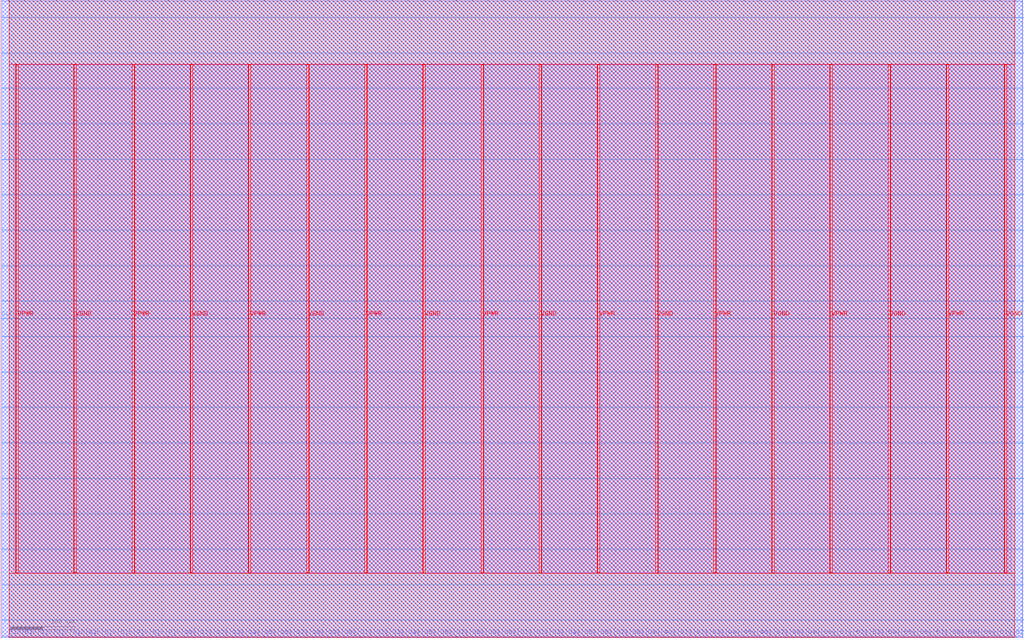
<source format=lef>
VERSION 5.7 ;
  NOWIREEXTENSIONATPIN ON ;
  DIVIDERCHAR "/" ;
  BUSBITCHARS "[]" ;
MACRO RAM512
  CLASS BLOCK ;
  FOREIGN RAM512 ;
  ORIGIN 0.000 0.000 ;
  SIZE 1583.780 BY 987.360 ;
  PIN A0[0]
    DIRECTION INPUT ;
    USE SIGNAL ;
    PORT
      LAYER met3 ;
        RECT 1581.780 520.920 1583.780 521.520 ;
    END
  END A0[0]
  PIN A0[1]
    DIRECTION INPUT ;
    USE SIGNAL ;
    PORT
      LAYER met3 ;
        RECT 1581.780 575.320 1583.780 575.920 ;
    END
  END A0[1]
  PIN A0[2]
    DIRECTION INPUT ;
    USE SIGNAL ;
    PORT
      LAYER met3 ;
        RECT 1581.780 630.400 1583.780 631.000 ;
    END
  END A0[2]
  PIN A0[3]
    DIRECTION INPUT ;
    USE SIGNAL ;
    PORT
      LAYER met3 ;
        RECT 1581.780 685.480 1583.780 686.080 ;
    END
  END A0[3]
  PIN A0[4]
    DIRECTION INPUT ;
    USE SIGNAL ;
    PORT
      LAYER met3 ;
        RECT 1581.780 739.880 1583.780 740.480 ;
    END
  END A0[4]
  PIN A0[5]
    DIRECTION INPUT ;
    USE SIGNAL ;
    PORT
      LAYER met3 ;
        RECT 1581.780 794.960 1583.780 795.560 ;
    END
  END A0[5]
  PIN A0[6]
    DIRECTION INPUT ;
    USE SIGNAL ;
    PORT
      LAYER met3 ;
        RECT 1581.780 850.040 1583.780 850.640 ;
    END
  END A0[6]
  PIN A0[7]
    DIRECTION INPUT ;
    USE SIGNAL ;
    PORT
      LAYER met3 ;
        RECT 1581.780 904.440 1583.780 905.040 ;
    END
  END A0[7]
  PIN A0[8]
    DIRECTION INPUT ;
    USE SIGNAL ;
    PORT
      LAYER met3 ;
        RECT 1581.780 959.520 1583.780 960.120 ;
    END
  END A0[8]
  PIN CLK
    DIRECTION INPUT ;
    USE SIGNAL ;
    PORT
      LAYER met3 ;
        RECT 0.000 493.720 2.000 494.320 ;
    END
  END CLK
  PIN Di0[0]
    DIRECTION INPUT ;
    USE SIGNAL ;
    PORT
      LAYER met2 ;
        RECT 12.050 0.000 12.330 2.000 ;
    END
  END Di0[0]
  PIN Di0[10]
    DIRECTION INPUT ;
    USE SIGNAL ;
    PORT
      LAYER met2 ;
        RECT 259.070 0.000 259.350 2.000 ;
    END
  END Di0[10]
  PIN Di0[11]
    DIRECTION INPUT ;
    USE SIGNAL ;
    PORT
      LAYER met2 ;
        RECT 283.910 0.000 284.190 2.000 ;
    END
  END Di0[11]
  PIN Di0[12]
    DIRECTION INPUT ;
    USE SIGNAL ;
    PORT
      LAYER met2 ;
        RECT 308.750 0.000 309.030 2.000 ;
    END
  END Di0[12]
  PIN Di0[13]
    DIRECTION INPUT ;
    USE SIGNAL ;
    PORT
      LAYER met2 ;
        RECT 333.590 0.000 333.870 2.000 ;
    END
  END Di0[13]
  PIN Di0[14]
    DIRECTION INPUT ;
    USE SIGNAL ;
    PORT
      LAYER met2 ;
        RECT 358.430 0.000 358.710 2.000 ;
    END
  END Di0[14]
  PIN Di0[15]
    DIRECTION INPUT ;
    USE SIGNAL ;
    PORT
      LAYER met2 ;
        RECT 382.810 0.000 383.090 2.000 ;
    END
  END Di0[15]
  PIN Di0[16]
    DIRECTION INPUT ;
    USE SIGNAL ;
    PORT
      LAYER met2 ;
        RECT 407.650 0.000 407.930 2.000 ;
    END
  END Di0[16]
  PIN Di0[17]
    DIRECTION INPUT ;
    USE SIGNAL ;
    PORT
      LAYER met2 ;
        RECT 432.490 0.000 432.770 2.000 ;
    END
  END Di0[17]
  PIN Di0[18]
    DIRECTION INPUT ;
    USE SIGNAL ;
    PORT
      LAYER met2 ;
        RECT 457.330 0.000 457.610 2.000 ;
    END
  END Di0[18]
  PIN Di0[19]
    DIRECTION INPUT ;
    USE SIGNAL ;
    PORT
      LAYER met2 ;
        RECT 482.170 0.000 482.450 2.000 ;
    END
  END Di0[19]
  PIN Di0[1]
    DIRECTION INPUT ;
    USE SIGNAL ;
    PORT
      LAYER met2 ;
        RECT 36.430 0.000 36.710 2.000 ;
    END
  END Di0[1]
  PIN Di0[20]
    DIRECTION INPUT ;
    USE SIGNAL ;
    PORT
      LAYER met2 ;
        RECT 506.550 0.000 506.830 2.000 ;
    END
  END Di0[20]
  PIN Di0[21]
    DIRECTION INPUT ;
    USE SIGNAL ;
    PORT
      LAYER met2 ;
        RECT 531.390 0.000 531.670 2.000 ;
    END
  END Di0[21]
  PIN Di0[22]
    DIRECTION INPUT ;
    USE SIGNAL ;
    PORT
      LAYER met2 ;
        RECT 556.230 0.000 556.510 2.000 ;
    END
  END Di0[22]
  PIN Di0[23]
    DIRECTION INPUT ;
    USE SIGNAL ;
    PORT
      LAYER met2 ;
        RECT 581.070 0.000 581.350 2.000 ;
    END
  END Di0[23]
  PIN Di0[24]
    DIRECTION INPUT ;
    USE SIGNAL ;
    PORT
      LAYER met2 ;
        RECT 605.910 0.000 606.190 2.000 ;
    END
  END Di0[24]
  PIN Di0[25]
    DIRECTION INPUT ;
    USE SIGNAL ;
    PORT
      LAYER met2 ;
        RECT 630.290 0.000 630.570 2.000 ;
    END
  END Di0[25]
  PIN Di0[26]
    DIRECTION INPUT ;
    USE SIGNAL ;
    PORT
      LAYER met2 ;
        RECT 655.130 0.000 655.410 2.000 ;
    END
  END Di0[26]
  PIN Di0[27]
    DIRECTION INPUT ;
    USE SIGNAL ;
    PORT
      LAYER met2 ;
        RECT 679.970 0.000 680.250 2.000 ;
    END
  END Di0[27]
  PIN Di0[28]
    DIRECTION INPUT ;
    USE SIGNAL ;
    PORT
      LAYER met2 ;
        RECT 704.810 0.000 705.090 2.000 ;
    END
  END Di0[28]
  PIN Di0[29]
    DIRECTION INPUT ;
    USE SIGNAL ;
    PORT
      LAYER met2 ;
        RECT 729.650 0.000 729.930 2.000 ;
    END
  END Di0[29]
  PIN Di0[2]
    DIRECTION INPUT ;
    USE SIGNAL ;
    PORT
      LAYER met2 ;
        RECT 61.270 0.000 61.550 2.000 ;
    END
  END Di0[2]
  PIN Di0[30]
    DIRECTION INPUT ;
    USE SIGNAL ;
    PORT
      LAYER met2 ;
        RECT 754.030 0.000 754.310 2.000 ;
    END
  END Di0[30]
  PIN Di0[31]
    DIRECTION INPUT ;
    USE SIGNAL ;
    PORT
      LAYER met2 ;
        RECT 778.870 0.000 779.150 2.000 ;
    END
  END Di0[31]
  PIN Di0[32]
    DIRECTION INPUT ;
    USE SIGNAL ;
    PORT
      LAYER met2 ;
        RECT 803.710 0.000 803.990 2.000 ;
    END
  END Di0[32]
  PIN Di0[33]
    DIRECTION INPUT ;
    USE SIGNAL ;
    PORT
      LAYER met2 ;
        RECT 828.550 0.000 828.830 2.000 ;
    END
  END Di0[33]
  PIN Di0[34]
    DIRECTION INPUT ;
    USE SIGNAL ;
    PORT
      LAYER met2 ;
        RECT 853.390 0.000 853.670 2.000 ;
    END
  END Di0[34]
  PIN Di0[35]
    DIRECTION INPUT ;
    USE SIGNAL ;
    PORT
      LAYER met2 ;
        RECT 877.770 0.000 878.050 2.000 ;
    END
  END Di0[35]
  PIN Di0[36]
    DIRECTION INPUT ;
    USE SIGNAL ;
    PORT
      LAYER met2 ;
        RECT 902.610 0.000 902.890 2.000 ;
    END
  END Di0[36]
  PIN Di0[37]
    DIRECTION INPUT ;
    USE SIGNAL ;
    PORT
      LAYER met2 ;
        RECT 927.450 0.000 927.730 2.000 ;
    END
  END Di0[37]
  PIN Di0[38]
    DIRECTION INPUT ;
    USE SIGNAL ;
    PORT
      LAYER met2 ;
        RECT 952.290 0.000 952.570 2.000 ;
    END
  END Di0[38]
  PIN Di0[39]
    DIRECTION INPUT ;
    USE SIGNAL ;
    PORT
      LAYER met2 ;
        RECT 977.130 0.000 977.410 2.000 ;
    END
  END Di0[39]
  PIN Di0[3]
    DIRECTION INPUT ;
    USE SIGNAL ;
    PORT
      LAYER met2 ;
        RECT 86.110 0.000 86.390 2.000 ;
    END
  END Di0[3]
  PIN Di0[40]
    DIRECTION INPUT ;
    USE SIGNAL ;
    PORT
      LAYER met2 ;
        RECT 1001.510 0.000 1001.790 2.000 ;
    END
  END Di0[40]
  PIN Di0[41]
    DIRECTION INPUT ;
    USE SIGNAL ;
    PORT
      LAYER met2 ;
        RECT 1026.350 0.000 1026.630 2.000 ;
    END
  END Di0[41]
  PIN Di0[42]
    DIRECTION INPUT ;
    USE SIGNAL ;
    PORT
      LAYER met2 ;
        RECT 1051.190 0.000 1051.470 2.000 ;
    END
  END Di0[42]
  PIN Di0[43]
    DIRECTION INPUT ;
    USE SIGNAL ;
    PORT
      LAYER met2 ;
        RECT 1076.030 0.000 1076.310 2.000 ;
    END
  END Di0[43]
  PIN Di0[44]
    DIRECTION INPUT ;
    USE SIGNAL ;
    PORT
      LAYER met2 ;
        RECT 1100.870 0.000 1101.150 2.000 ;
    END
  END Di0[44]
  PIN Di0[45]
    DIRECTION INPUT ;
    USE SIGNAL ;
    PORT
      LAYER met2 ;
        RECT 1125.250 0.000 1125.530 2.000 ;
    END
  END Di0[45]
  PIN Di0[46]
    DIRECTION INPUT ;
    USE SIGNAL ;
    PORT
      LAYER met2 ;
        RECT 1150.090 0.000 1150.370 2.000 ;
    END
  END Di0[46]
  PIN Di0[47]
    DIRECTION INPUT ;
    USE SIGNAL ;
    PORT
      LAYER met2 ;
        RECT 1174.930 0.000 1175.210 2.000 ;
    END
  END Di0[47]
  PIN Di0[48]
    DIRECTION INPUT ;
    USE SIGNAL ;
    PORT
      LAYER met2 ;
        RECT 1199.770 0.000 1200.050 2.000 ;
    END
  END Di0[48]
  PIN Di0[49]
    DIRECTION INPUT ;
    USE SIGNAL ;
    PORT
      LAYER met2 ;
        RECT 1224.610 0.000 1224.890 2.000 ;
    END
  END Di0[49]
  PIN Di0[4]
    DIRECTION INPUT ;
    USE SIGNAL ;
    PORT
      LAYER met2 ;
        RECT 110.950 0.000 111.230 2.000 ;
    END
  END Di0[4]
  PIN Di0[50]
    DIRECTION INPUT ;
    USE SIGNAL ;
    PORT
      LAYER met2 ;
        RECT 1248.990 0.000 1249.270 2.000 ;
    END
  END Di0[50]
  PIN Di0[51]
    DIRECTION INPUT ;
    USE SIGNAL ;
    PORT
      LAYER met2 ;
        RECT 1273.830 0.000 1274.110 2.000 ;
    END
  END Di0[51]
  PIN Di0[52]
    DIRECTION INPUT ;
    USE SIGNAL ;
    PORT
      LAYER met2 ;
        RECT 1298.670 0.000 1298.950 2.000 ;
    END
  END Di0[52]
  PIN Di0[53]
    DIRECTION INPUT ;
    USE SIGNAL ;
    PORT
      LAYER met2 ;
        RECT 1323.510 0.000 1323.790 2.000 ;
    END
  END Di0[53]
  PIN Di0[54]
    DIRECTION INPUT ;
    USE SIGNAL ;
    PORT
      LAYER met2 ;
        RECT 1348.350 0.000 1348.630 2.000 ;
    END
  END Di0[54]
  PIN Di0[55]
    DIRECTION INPUT ;
    USE SIGNAL ;
    PORT
      LAYER met2 ;
        RECT 1372.730 0.000 1373.010 2.000 ;
    END
  END Di0[55]
  PIN Di0[56]
    DIRECTION INPUT ;
    USE SIGNAL ;
    PORT
      LAYER met2 ;
        RECT 1397.570 0.000 1397.850 2.000 ;
    END
  END Di0[56]
  PIN Di0[57]
    DIRECTION INPUT ;
    USE SIGNAL ;
    PORT
      LAYER met2 ;
        RECT 1422.410 0.000 1422.690 2.000 ;
    END
  END Di0[57]
  PIN Di0[58]
    DIRECTION INPUT ;
    USE SIGNAL ;
    PORT
      LAYER met2 ;
        RECT 1447.250 0.000 1447.530 2.000 ;
    END
  END Di0[58]
  PIN Di0[59]
    DIRECTION INPUT ;
    USE SIGNAL ;
    PORT
      LAYER met2 ;
        RECT 1472.090 0.000 1472.370 2.000 ;
    END
  END Di0[59]
  PIN Di0[5]
    DIRECTION INPUT ;
    USE SIGNAL ;
    PORT
      LAYER met2 ;
        RECT 135.330 0.000 135.610 2.000 ;
    END
  END Di0[5]
  PIN Di0[60]
    DIRECTION INPUT ;
    USE SIGNAL ;
    PORT
      LAYER met2 ;
        RECT 1496.470 0.000 1496.750 2.000 ;
    END
  END Di0[60]
  PIN Di0[61]
    DIRECTION INPUT ;
    USE SIGNAL ;
    PORT
      LAYER met2 ;
        RECT 1521.310 0.000 1521.590 2.000 ;
    END
  END Di0[61]
  PIN Di0[62]
    DIRECTION INPUT ;
    USE SIGNAL ;
    PORT
      LAYER met2 ;
        RECT 1546.150 0.000 1546.430 2.000 ;
    END
  END Di0[62]
  PIN Di0[63]
    DIRECTION INPUT ;
    USE SIGNAL ;
    PORT
      LAYER met2 ;
        RECT 1570.990 0.000 1571.270 2.000 ;
    END
  END Di0[63]
  PIN Di0[6]
    DIRECTION INPUT ;
    USE SIGNAL ;
    PORT
      LAYER met2 ;
        RECT 160.170 0.000 160.450 2.000 ;
    END
  END Di0[6]
  PIN Di0[7]
    DIRECTION INPUT ;
    USE SIGNAL ;
    PORT
      LAYER met2 ;
        RECT 185.010 0.000 185.290 2.000 ;
    END
  END Di0[7]
  PIN Di0[8]
    DIRECTION INPUT ;
    USE SIGNAL ;
    PORT
      LAYER met2 ;
        RECT 209.850 0.000 210.130 2.000 ;
    END
  END Di0[8]
  PIN Di0[9]
    DIRECTION INPUT ;
    USE SIGNAL ;
    PORT
      LAYER met2 ;
        RECT 234.690 0.000 234.970 2.000 ;
    END
  END Di0[9]
  PIN Do0[0]
    DIRECTION OUTPUT TRISTATE ;
    USE SIGNAL ;
    PORT
      LAYER met2 ;
        RECT 12.050 985.360 12.330 987.360 ;
    END
  END Do0[0]
  PIN Do0[10]
    DIRECTION OUTPUT TRISTATE ;
    USE SIGNAL ;
    PORT
      LAYER met2 ;
        RECT 259.070 985.360 259.350 987.360 ;
    END
  END Do0[10]
  PIN Do0[11]
    DIRECTION OUTPUT TRISTATE ;
    USE SIGNAL ;
    PORT
      LAYER met2 ;
        RECT 283.910 985.360 284.190 987.360 ;
    END
  END Do0[11]
  PIN Do0[12]
    DIRECTION OUTPUT TRISTATE ;
    USE SIGNAL ;
    PORT
      LAYER met2 ;
        RECT 308.750 985.360 309.030 987.360 ;
    END
  END Do0[12]
  PIN Do0[13]
    DIRECTION OUTPUT TRISTATE ;
    USE SIGNAL ;
    PORT
      LAYER met2 ;
        RECT 333.590 985.360 333.870 987.360 ;
    END
  END Do0[13]
  PIN Do0[14]
    DIRECTION OUTPUT TRISTATE ;
    USE SIGNAL ;
    PORT
      LAYER met2 ;
        RECT 358.430 985.360 358.710 987.360 ;
    END
  END Do0[14]
  PIN Do0[15]
    DIRECTION OUTPUT TRISTATE ;
    USE SIGNAL ;
    PORT
      LAYER met2 ;
        RECT 382.810 985.360 383.090 987.360 ;
    END
  END Do0[15]
  PIN Do0[16]
    DIRECTION OUTPUT TRISTATE ;
    USE SIGNAL ;
    PORT
      LAYER met2 ;
        RECT 407.650 985.360 407.930 987.360 ;
    END
  END Do0[16]
  PIN Do0[17]
    DIRECTION OUTPUT TRISTATE ;
    USE SIGNAL ;
    PORT
      LAYER met2 ;
        RECT 432.490 985.360 432.770 987.360 ;
    END
  END Do0[17]
  PIN Do0[18]
    DIRECTION OUTPUT TRISTATE ;
    USE SIGNAL ;
    PORT
      LAYER met2 ;
        RECT 457.330 985.360 457.610 987.360 ;
    END
  END Do0[18]
  PIN Do0[19]
    DIRECTION OUTPUT TRISTATE ;
    USE SIGNAL ;
    PORT
      LAYER met2 ;
        RECT 482.170 985.360 482.450 987.360 ;
    END
  END Do0[19]
  PIN Do0[1]
    DIRECTION OUTPUT TRISTATE ;
    USE SIGNAL ;
    PORT
      LAYER met2 ;
        RECT 36.430 985.360 36.710 987.360 ;
    END
  END Do0[1]
  PIN Do0[20]
    DIRECTION OUTPUT TRISTATE ;
    USE SIGNAL ;
    PORT
      LAYER met2 ;
        RECT 506.550 985.360 506.830 987.360 ;
    END
  END Do0[20]
  PIN Do0[21]
    DIRECTION OUTPUT TRISTATE ;
    USE SIGNAL ;
    PORT
      LAYER met2 ;
        RECT 531.390 985.360 531.670 987.360 ;
    END
  END Do0[21]
  PIN Do0[22]
    DIRECTION OUTPUT TRISTATE ;
    USE SIGNAL ;
    PORT
      LAYER met2 ;
        RECT 556.230 985.360 556.510 987.360 ;
    END
  END Do0[22]
  PIN Do0[23]
    DIRECTION OUTPUT TRISTATE ;
    USE SIGNAL ;
    PORT
      LAYER met2 ;
        RECT 581.070 985.360 581.350 987.360 ;
    END
  END Do0[23]
  PIN Do0[24]
    DIRECTION OUTPUT TRISTATE ;
    USE SIGNAL ;
    PORT
      LAYER met2 ;
        RECT 605.910 985.360 606.190 987.360 ;
    END
  END Do0[24]
  PIN Do0[25]
    DIRECTION OUTPUT TRISTATE ;
    USE SIGNAL ;
    PORT
      LAYER met2 ;
        RECT 630.290 985.360 630.570 987.360 ;
    END
  END Do0[25]
  PIN Do0[26]
    DIRECTION OUTPUT TRISTATE ;
    USE SIGNAL ;
    PORT
      LAYER met2 ;
        RECT 655.130 985.360 655.410 987.360 ;
    END
  END Do0[26]
  PIN Do0[27]
    DIRECTION OUTPUT TRISTATE ;
    USE SIGNAL ;
    PORT
      LAYER met2 ;
        RECT 679.970 985.360 680.250 987.360 ;
    END
  END Do0[27]
  PIN Do0[28]
    DIRECTION OUTPUT TRISTATE ;
    USE SIGNAL ;
    PORT
      LAYER met2 ;
        RECT 704.810 985.360 705.090 987.360 ;
    END
  END Do0[28]
  PIN Do0[29]
    DIRECTION OUTPUT TRISTATE ;
    USE SIGNAL ;
    PORT
      LAYER met2 ;
        RECT 729.650 985.360 729.930 987.360 ;
    END
  END Do0[29]
  PIN Do0[2]
    DIRECTION OUTPUT TRISTATE ;
    USE SIGNAL ;
    PORT
      LAYER met2 ;
        RECT 61.270 985.360 61.550 987.360 ;
    END
  END Do0[2]
  PIN Do0[30]
    DIRECTION OUTPUT TRISTATE ;
    USE SIGNAL ;
    PORT
      LAYER met2 ;
        RECT 754.030 985.360 754.310 987.360 ;
    END
  END Do0[30]
  PIN Do0[31]
    DIRECTION OUTPUT TRISTATE ;
    USE SIGNAL ;
    PORT
      LAYER met2 ;
        RECT 778.870 985.360 779.150 987.360 ;
    END
  END Do0[31]
  PIN Do0[32]
    DIRECTION OUTPUT TRISTATE ;
    USE SIGNAL ;
    PORT
      LAYER met2 ;
        RECT 803.710 985.360 803.990 987.360 ;
    END
  END Do0[32]
  PIN Do0[33]
    DIRECTION OUTPUT TRISTATE ;
    USE SIGNAL ;
    PORT
      LAYER met2 ;
        RECT 828.550 985.360 828.830 987.360 ;
    END
  END Do0[33]
  PIN Do0[34]
    DIRECTION OUTPUT TRISTATE ;
    USE SIGNAL ;
    PORT
      LAYER met2 ;
        RECT 853.390 985.360 853.670 987.360 ;
    END
  END Do0[34]
  PIN Do0[35]
    DIRECTION OUTPUT TRISTATE ;
    USE SIGNAL ;
    PORT
      LAYER met2 ;
        RECT 877.770 985.360 878.050 987.360 ;
    END
  END Do0[35]
  PIN Do0[36]
    DIRECTION OUTPUT TRISTATE ;
    USE SIGNAL ;
    PORT
      LAYER met2 ;
        RECT 902.610 985.360 902.890 987.360 ;
    END
  END Do0[36]
  PIN Do0[37]
    DIRECTION OUTPUT TRISTATE ;
    USE SIGNAL ;
    PORT
      LAYER met2 ;
        RECT 927.450 985.360 927.730 987.360 ;
    END
  END Do0[37]
  PIN Do0[38]
    DIRECTION OUTPUT TRISTATE ;
    USE SIGNAL ;
    PORT
      LAYER met2 ;
        RECT 952.290 985.360 952.570 987.360 ;
    END
  END Do0[38]
  PIN Do0[39]
    DIRECTION OUTPUT TRISTATE ;
    USE SIGNAL ;
    PORT
      LAYER met2 ;
        RECT 977.130 985.360 977.410 987.360 ;
    END
  END Do0[39]
  PIN Do0[3]
    DIRECTION OUTPUT TRISTATE ;
    USE SIGNAL ;
    PORT
      LAYER met2 ;
        RECT 86.110 985.360 86.390 987.360 ;
    END
  END Do0[3]
  PIN Do0[40]
    DIRECTION OUTPUT TRISTATE ;
    USE SIGNAL ;
    PORT
      LAYER met2 ;
        RECT 1001.510 985.360 1001.790 987.360 ;
    END
  END Do0[40]
  PIN Do0[41]
    DIRECTION OUTPUT TRISTATE ;
    USE SIGNAL ;
    PORT
      LAYER met2 ;
        RECT 1026.350 985.360 1026.630 987.360 ;
    END
  END Do0[41]
  PIN Do0[42]
    DIRECTION OUTPUT TRISTATE ;
    USE SIGNAL ;
    PORT
      LAYER met2 ;
        RECT 1051.190 985.360 1051.470 987.360 ;
    END
  END Do0[42]
  PIN Do0[43]
    DIRECTION OUTPUT TRISTATE ;
    USE SIGNAL ;
    PORT
      LAYER met2 ;
        RECT 1076.030 985.360 1076.310 987.360 ;
    END
  END Do0[43]
  PIN Do0[44]
    DIRECTION OUTPUT TRISTATE ;
    USE SIGNAL ;
    PORT
      LAYER met2 ;
        RECT 1100.870 985.360 1101.150 987.360 ;
    END
  END Do0[44]
  PIN Do0[45]
    DIRECTION OUTPUT TRISTATE ;
    USE SIGNAL ;
    PORT
      LAYER met2 ;
        RECT 1125.250 985.360 1125.530 987.360 ;
    END
  END Do0[45]
  PIN Do0[46]
    DIRECTION OUTPUT TRISTATE ;
    USE SIGNAL ;
    PORT
      LAYER met2 ;
        RECT 1150.090 985.360 1150.370 987.360 ;
    END
  END Do0[46]
  PIN Do0[47]
    DIRECTION OUTPUT TRISTATE ;
    USE SIGNAL ;
    PORT
      LAYER met2 ;
        RECT 1174.930 985.360 1175.210 987.360 ;
    END
  END Do0[47]
  PIN Do0[48]
    DIRECTION OUTPUT TRISTATE ;
    USE SIGNAL ;
    PORT
      LAYER met2 ;
        RECT 1199.770 985.360 1200.050 987.360 ;
    END
  END Do0[48]
  PIN Do0[49]
    DIRECTION OUTPUT TRISTATE ;
    USE SIGNAL ;
    PORT
      LAYER met2 ;
        RECT 1224.610 985.360 1224.890 987.360 ;
    END
  END Do0[49]
  PIN Do0[4]
    DIRECTION OUTPUT TRISTATE ;
    USE SIGNAL ;
    PORT
      LAYER met2 ;
        RECT 110.950 985.360 111.230 987.360 ;
    END
  END Do0[4]
  PIN Do0[50]
    DIRECTION OUTPUT TRISTATE ;
    USE SIGNAL ;
    PORT
      LAYER met2 ;
        RECT 1248.990 985.360 1249.270 987.360 ;
    END
  END Do0[50]
  PIN Do0[51]
    DIRECTION OUTPUT TRISTATE ;
    USE SIGNAL ;
    PORT
      LAYER met2 ;
        RECT 1273.830 985.360 1274.110 987.360 ;
    END
  END Do0[51]
  PIN Do0[52]
    DIRECTION OUTPUT TRISTATE ;
    USE SIGNAL ;
    PORT
      LAYER met2 ;
        RECT 1298.670 985.360 1298.950 987.360 ;
    END
  END Do0[52]
  PIN Do0[53]
    DIRECTION OUTPUT TRISTATE ;
    USE SIGNAL ;
    PORT
      LAYER met2 ;
        RECT 1323.510 985.360 1323.790 987.360 ;
    END
  END Do0[53]
  PIN Do0[54]
    DIRECTION OUTPUT TRISTATE ;
    USE SIGNAL ;
    PORT
      LAYER met2 ;
        RECT 1348.350 985.360 1348.630 987.360 ;
    END
  END Do0[54]
  PIN Do0[55]
    DIRECTION OUTPUT TRISTATE ;
    USE SIGNAL ;
    PORT
      LAYER met2 ;
        RECT 1372.730 985.360 1373.010 987.360 ;
    END
  END Do0[55]
  PIN Do0[56]
    DIRECTION OUTPUT TRISTATE ;
    USE SIGNAL ;
    PORT
      LAYER met2 ;
        RECT 1397.570 985.360 1397.850 987.360 ;
    END
  END Do0[56]
  PIN Do0[57]
    DIRECTION OUTPUT TRISTATE ;
    USE SIGNAL ;
    PORT
      LAYER met2 ;
        RECT 1422.410 985.360 1422.690 987.360 ;
    END
  END Do0[57]
  PIN Do0[58]
    DIRECTION OUTPUT TRISTATE ;
    USE SIGNAL ;
    PORT
      LAYER met2 ;
        RECT 1447.250 985.360 1447.530 987.360 ;
    END
  END Do0[58]
  PIN Do0[59]
    DIRECTION OUTPUT TRISTATE ;
    USE SIGNAL ;
    PORT
      LAYER met2 ;
        RECT 1472.090 985.360 1472.370 987.360 ;
    END
  END Do0[59]
  PIN Do0[5]
    DIRECTION OUTPUT TRISTATE ;
    USE SIGNAL ;
    PORT
      LAYER met2 ;
        RECT 135.330 985.360 135.610 987.360 ;
    END
  END Do0[5]
  PIN Do0[60]
    DIRECTION OUTPUT TRISTATE ;
    USE SIGNAL ;
    PORT
      LAYER met2 ;
        RECT 1496.470 985.360 1496.750 987.360 ;
    END
  END Do0[60]
  PIN Do0[61]
    DIRECTION OUTPUT TRISTATE ;
    USE SIGNAL ;
    PORT
      LAYER met2 ;
        RECT 1521.310 985.360 1521.590 987.360 ;
    END
  END Do0[61]
  PIN Do0[62]
    DIRECTION OUTPUT TRISTATE ;
    USE SIGNAL ;
    PORT
      LAYER met2 ;
        RECT 1546.150 985.360 1546.430 987.360 ;
    END
  END Do0[62]
  PIN Do0[63]
    DIRECTION OUTPUT TRISTATE ;
    USE SIGNAL ;
    PORT
      LAYER met2 ;
        RECT 1570.990 985.360 1571.270 987.360 ;
    END
  END Do0[63]
  PIN Do0[6]
    DIRECTION OUTPUT TRISTATE ;
    USE SIGNAL ;
    PORT
      LAYER met2 ;
        RECT 160.170 985.360 160.450 987.360 ;
    END
  END Do0[6]
  PIN Do0[7]
    DIRECTION OUTPUT TRISTATE ;
    USE SIGNAL ;
    PORT
      LAYER met2 ;
        RECT 185.010 985.360 185.290 987.360 ;
    END
  END Do0[7]
  PIN Do0[8]
    DIRECTION OUTPUT TRISTATE ;
    USE SIGNAL ;
    PORT
      LAYER met2 ;
        RECT 209.850 985.360 210.130 987.360 ;
    END
  END Do0[8]
  PIN Do0[9]
    DIRECTION OUTPUT TRISTATE ;
    USE SIGNAL ;
    PORT
      LAYER met2 ;
        RECT 234.690 985.360 234.970 987.360 ;
    END
  END Do0[9]
  PIN EN0
    DIRECTION INPUT ;
    USE SIGNAL ;
    PORT
      LAYER met3 ;
        RECT 1581.780 27.240 1583.780 27.840 ;
    END
  END EN0
  PIN VGND
    DIRECTION INOUT ;
    USE GROUND ;
    PORT
      LAYER met4 ;
        RECT 113.690 100.400 116.790 886.960 ;
    END
    PORT
      LAYER met4 ;
        RECT 293.690 100.400 296.790 886.960 ;
    END
    PORT
      LAYER met4 ;
        RECT 473.690 100.400 476.790 886.960 ;
    END
    PORT
      LAYER met4 ;
        RECT 653.690 100.400 656.790 886.960 ;
    END
    PORT
      LAYER met4 ;
        RECT 833.690 100.400 836.790 886.960 ;
    END
    PORT
      LAYER met4 ;
        RECT 1013.690 100.400 1016.790 886.960 ;
    END
    PORT
      LAYER met4 ;
        RECT 1193.690 100.400 1196.790 886.960 ;
    END
    PORT
      LAYER met4 ;
        RECT 1373.690 100.400 1376.790 886.960 ;
    END
    PORT
      LAYER met4 ;
        RECT 1553.690 100.400 1556.790 886.960 ;
    END
  END VGND
  PIN VPWR
    DIRECTION INOUT ;
    USE POWER ;
    PORT
      LAYER met4 ;
        RECT 23.690 100.400 26.790 886.960 ;
    END
    PORT
      LAYER met4 ;
        RECT 203.690 100.400 206.790 886.960 ;
    END
    PORT
      LAYER met4 ;
        RECT 383.690 100.400 386.790 886.960 ;
    END
    PORT
      LAYER met4 ;
        RECT 563.690 100.400 566.790 886.960 ;
    END
    PORT
      LAYER met4 ;
        RECT 743.690 100.400 746.790 886.960 ;
    END
    PORT
      LAYER met4 ;
        RECT 923.690 100.400 926.790 886.960 ;
    END
    PORT
      LAYER met4 ;
        RECT 1103.690 100.400 1106.790 886.960 ;
    END
    PORT
      LAYER met4 ;
        RECT 1283.690 100.400 1286.790 886.960 ;
    END
    PORT
      LAYER met4 ;
        RECT 1463.690 100.400 1466.790 886.960 ;
    END
  END VPWR
  PIN WE0[0]
    DIRECTION INPUT ;
    USE SIGNAL ;
    PORT
      LAYER met3 ;
        RECT 1581.780 81.640 1583.780 82.240 ;
    END
  END WE0[0]
  PIN WE0[1]
    DIRECTION INPUT ;
    USE SIGNAL ;
    PORT
      LAYER met3 ;
        RECT 1581.780 136.720 1583.780 137.320 ;
    END
  END WE0[1]
  PIN WE0[2]
    DIRECTION INPUT ;
    USE SIGNAL ;
    PORT
      LAYER met3 ;
        RECT 1581.780 191.800 1583.780 192.400 ;
    END
  END WE0[2]
  PIN WE0[3]
    DIRECTION INPUT ;
    USE SIGNAL ;
    PORT
      LAYER met3 ;
        RECT 1581.780 246.200 1583.780 246.800 ;
    END
  END WE0[3]
  PIN WE0[4]
    DIRECTION INPUT ;
    USE SIGNAL ;
    PORT
      LAYER met3 ;
        RECT 1581.780 301.280 1583.780 301.880 ;
    END
  END WE0[4]
  PIN WE0[5]
    DIRECTION INPUT ;
    USE SIGNAL ;
    PORT
      LAYER met3 ;
        RECT 1581.780 356.360 1583.780 356.960 ;
    END
  END WE0[5]
  PIN WE0[6]
    DIRECTION INPUT ;
    USE SIGNAL ;
    PORT
      LAYER met3 ;
        RECT 1581.780 410.760 1583.780 411.360 ;
    END
  END WE0[6]
  PIN WE0[7]
    DIRECTION INPUT ;
    USE SIGNAL ;
    PORT
      LAYER met3 ;
        RECT 1581.780 465.840 1583.780 466.440 ;
    END
  END WE0[7]
  OBS
      LAYER li1 ;
        RECT 20.240 100.555 1563.540 886.805 ;
      LAYER met1 ;
        RECT 1.450 0.380 1580.950 987.320 ;
      LAYER met2 ;
        RECT 1.480 985.080 11.770 987.350 ;
        RECT 12.610 985.080 36.150 987.350 ;
        RECT 36.990 985.080 60.990 987.350 ;
        RECT 61.830 985.080 85.830 987.350 ;
        RECT 86.670 985.080 110.670 987.350 ;
        RECT 111.510 985.080 135.050 987.350 ;
        RECT 135.890 985.080 159.890 987.350 ;
        RECT 160.730 985.080 184.730 987.350 ;
        RECT 185.570 985.080 209.570 987.350 ;
        RECT 210.410 985.080 234.410 987.350 ;
        RECT 235.250 985.080 258.790 987.350 ;
        RECT 259.630 985.080 283.630 987.350 ;
        RECT 284.470 985.080 308.470 987.350 ;
        RECT 309.310 985.080 333.310 987.350 ;
        RECT 334.150 985.080 358.150 987.350 ;
        RECT 358.990 985.080 382.530 987.350 ;
        RECT 383.370 985.080 407.370 987.350 ;
        RECT 408.210 985.080 432.210 987.350 ;
        RECT 433.050 985.080 457.050 987.350 ;
        RECT 457.890 985.080 481.890 987.350 ;
        RECT 482.730 985.080 506.270 987.350 ;
        RECT 507.110 985.080 531.110 987.350 ;
        RECT 531.950 985.080 555.950 987.350 ;
        RECT 556.790 985.080 580.790 987.350 ;
        RECT 581.630 985.080 605.630 987.350 ;
        RECT 606.470 985.080 630.010 987.350 ;
        RECT 630.850 985.080 654.850 987.350 ;
        RECT 655.690 985.080 679.690 987.350 ;
        RECT 680.530 985.080 704.530 987.350 ;
        RECT 705.370 985.080 729.370 987.350 ;
        RECT 730.210 985.080 753.750 987.350 ;
        RECT 754.590 985.080 778.590 987.350 ;
        RECT 779.430 985.080 803.430 987.350 ;
        RECT 804.270 985.080 828.270 987.350 ;
        RECT 829.110 985.080 853.110 987.350 ;
        RECT 853.950 985.080 877.490 987.350 ;
        RECT 878.330 985.080 902.330 987.350 ;
        RECT 903.170 985.080 927.170 987.350 ;
        RECT 928.010 985.080 952.010 987.350 ;
        RECT 952.850 985.080 976.850 987.350 ;
        RECT 977.690 985.080 1001.230 987.350 ;
        RECT 1002.070 985.080 1026.070 987.350 ;
        RECT 1026.910 985.080 1050.910 987.350 ;
        RECT 1051.750 985.080 1075.750 987.350 ;
        RECT 1076.590 985.080 1100.590 987.350 ;
        RECT 1101.430 985.080 1124.970 987.350 ;
        RECT 1125.810 985.080 1149.810 987.350 ;
        RECT 1150.650 985.080 1174.650 987.350 ;
        RECT 1175.490 985.080 1199.490 987.350 ;
        RECT 1200.330 985.080 1224.330 987.350 ;
        RECT 1225.170 985.080 1248.710 987.350 ;
        RECT 1249.550 985.080 1273.550 987.350 ;
        RECT 1274.390 985.080 1298.390 987.350 ;
        RECT 1299.230 985.080 1323.230 987.350 ;
        RECT 1324.070 985.080 1348.070 987.350 ;
        RECT 1348.910 985.080 1372.450 987.350 ;
        RECT 1373.290 985.080 1397.290 987.350 ;
        RECT 1398.130 985.080 1422.130 987.350 ;
        RECT 1422.970 985.080 1446.970 987.350 ;
        RECT 1447.810 985.080 1471.810 987.350 ;
        RECT 1472.650 985.080 1496.190 987.350 ;
        RECT 1497.030 985.080 1521.030 987.350 ;
        RECT 1521.870 985.080 1545.870 987.350 ;
        RECT 1546.710 985.080 1570.710 987.350 ;
        RECT 1571.550 985.080 1580.920 987.350 ;
        RECT 1.480 2.280 1580.920 985.080 ;
        RECT 1.480 0.155 11.770 2.280 ;
        RECT 12.610 0.155 36.150 2.280 ;
        RECT 36.990 0.155 60.990 2.280 ;
        RECT 61.830 0.155 85.830 2.280 ;
        RECT 86.670 0.155 110.670 2.280 ;
        RECT 111.510 0.155 135.050 2.280 ;
        RECT 135.890 0.155 159.890 2.280 ;
        RECT 160.730 0.155 184.730 2.280 ;
        RECT 185.570 0.155 209.570 2.280 ;
        RECT 210.410 0.155 234.410 2.280 ;
        RECT 235.250 0.155 258.790 2.280 ;
        RECT 259.630 0.155 283.630 2.280 ;
        RECT 284.470 0.155 308.470 2.280 ;
        RECT 309.310 0.155 333.310 2.280 ;
        RECT 334.150 0.155 358.150 2.280 ;
        RECT 358.990 0.155 382.530 2.280 ;
        RECT 383.370 0.155 407.370 2.280 ;
        RECT 408.210 0.155 432.210 2.280 ;
        RECT 433.050 0.155 457.050 2.280 ;
        RECT 457.890 0.155 481.890 2.280 ;
        RECT 482.730 0.155 506.270 2.280 ;
        RECT 507.110 0.155 531.110 2.280 ;
        RECT 531.950 0.155 555.950 2.280 ;
        RECT 556.790 0.155 580.790 2.280 ;
        RECT 581.630 0.155 605.630 2.280 ;
        RECT 606.470 0.155 630.010 2.280 ;
        RECT 630.850 0.155 654.850 2.280 ;
        RECT 655.690 0.155 679.690 2.280 ;
        RECT 680.530 0.155 704.530 2.280 ;
        RECT 705.370 0.155 729.370 2.280 ;
        RECT 730.210 0.155 753.750 2.280 ;
        RECT 754.590 0.155 778.590 2.280 ;
        RECT 779.430 0.155 803.430 2.280 ;
        RECT 804.270 0.155 828.270 2.280 ;
        RECT 829.110 0.155 853.110 2.280 ;
        RECT 853.950 0.155 877.490 2.280 ;
        RECT 878.330 0.155 902.330 2.280 ;
        RECT 903.170 0.155 927.170 2.280 ;
        RECT 928.010 0.155 952.010 2.280 ;
        RECT 952.850 0.155 976.850 2.280 ;
        RECT 977.690 0.155 1001.230 2.280 ;
        RECT 1002.070 0.155 1026.070 2.280 ;
        RECT 1026.910 0.155 1050.910 2.280 ;
        RECT 1051.750 0.155 1075.750 2.280 ;
        RECT 1076.590 0.155 1100.590 2.280 ;
        RECT 1101.430 0.155 1124.970 2.280 ;
        RECT 1125.810 0.155 1149.810 2.280 ;
        RECT 1150.650 0.155 1174.650 2.280 ;
        RECT 1175.490 0.155 1199.490 2.280 ;
        RECT 1200.330 0.155 1224.330 2.280 ;
        RECT 1225.170 0.155 1248.710 2.280 ;
        RECT 1249.550 0.155 1273.550 2.280 ;
        RECT 1274.390 0.155 1298.390 2.280 ;
        RECT 1299.230 0.155 1323.230 2.280 ;
        RECT 1324.070 0.155 1348.070 2.280 ;
        RECT 1348.910 0.155 1372.450 2.280 ;
        RECT 1373.290 0.155 1397.290 2.280 ;
        RECT 1398.130 0.155 1422.130 2.280 ;
        RECT 1422.970 0.155 1446.970 2.280 ;
        RECT 1447.810 0.155 1471.810 2.280 ;
        RECT 1472.650 0.155 1496.190 2.280 ;
        RECT 1497.030 0.155 1521.030 2.280 ;
        RECT 1521.870 0.155 1545.870 2.280 ;
        RECT 1546.710 0.155 1570.710 2.280 ;
        RECT 1571.550 0.155 1580.920 2.280 ;
      LAYER met3 ;
        RECT 1.905 960.520 1581.780 987.185 ;
        RECT 1.905 959.120 1581.380 960.520 ;
        RECT 1.905 905.440 1581.780 959.120 ;
        RECT 1.905 904.040 1581.380 905.440 ;
        RECT 1.905 851.040 1581.780 904.040 ;
        RECT 1.905 849.640 1581.380 851.040 ;
        RECT 1.905 795.960 1581.780 849.640 ;
        RECT 1.905 794.560 1581.380 795.960 ;
        RECT 1.905 740.880 1581.780 794.560 ;
        RECT 1.905 739.480 1581.380 740.880 ;
        RECT 1.905 686.480 1581.780 739.480 ;
        RECT 1.905 685.080 1581.380 686.480 ;
        RECT 1.905 631.400 1581.780 685.080 ;
        RECT 1.905 630.000 1581.380 631.400 ;
        RECT 1.905 576.320 1581.780 630.000 ;
        RECT 1.905 574.920 1581.380 576.320 ;
        RECT 1.905 521.920 1581.780 574.920 ;
        RECT 1.905 520.520 1581.380 521.920 ;
        RECT 1.905 494.720 1581.780 520.520 ;
        RECT 2.400 493.320 1581.780 494.720 ;
        RECT 1.905 466.840 1581.780 493.320 ;
        RECT 1.905 465.440 1581.380 466.840 ;
        RECT 1.905 411.760 1581.780 465.440 ;
        RECT 1.905 410.360 1581.380 411.760 ;
        RECT 1.905 357.360 1581.780 410.360 ;
        RECT 1.905 355.960 1581.380 357.360 ;
        RECT 1.905 302.280 1581.780 355.960 ;
        RECT 1.905 300.880 1581.380 302.280 ;
        RECT 1.905 247.200 1581.780 300.880 ;
        RECT 1.905 245.800 1581.380 247.200 ;
        RECT 1.905 192.800 1581.780 245.800 ;
        RECT 1.905 191.400 1581.380 192.800 ;
        RECT 1.905 137.720 1581.780 191.400 ;
        RECT 1.905 136.320 1581.380 137.720 ;
        RECT 1.905 82.640 1581.780 136.320 ;
        RECT 1.905 81.240 1581.380 82.640 ;
        RECT 1.905 28.240 1581.780 81.240 ;
        RECT 1.905 26.840 1581.380 28.240 ;
        RECT 1.905 0.175 1581.780 26.840 ;
      LAYER met4 ;
        RECT 13.175 887.360 1569.225 987.185 ;
        RECT 13.175 100.000 23.290 887.360 ;
        RECT 27.190 100.000 113.290 887.360 ;
        RECT 117.190 100.000 203.290 887.360 ;
        RECT 207.190 100.000 293.290 887.360 ;
        RECT 297.190 100.000 383.290 887.360 ;
        RECT 387.190 100.000 473.290 887.360 ;
        RECT 477.190 100.000 563.290 887.360 ;
        RECT 567.190 100.000 653.290 887.360 ;
        RECT 657.190 100.000 743.290 887.360 ;
        RECT 747.190 100.000 833.290 887.360 ;
        RECT 837.190 100.000 923.290 887.360 ;
        RECT 927.190 100.000 1013.290 887.360 ;
        RECT 1017.190 100.000 1103.290 887.360 ;
        RECT 1107.190 100.000 1193.290 887.360 ;
        RECT 1197.190 100.000 1283.290 887.360 ;
        RECT 1287.190 100.000 1373.290 887.360 ;
        RECT 1377.190 100.000 1463.290 887.360 ;
        RECT 1467.190 100.000 1553.290 887.360 ;
        RECT 1557.190 100.000 1569.225 887.360 ;
        RECT 13.175 0.855 1569.225 100.000 ;
  END
END RAM512
END LIBRARY


</source>
